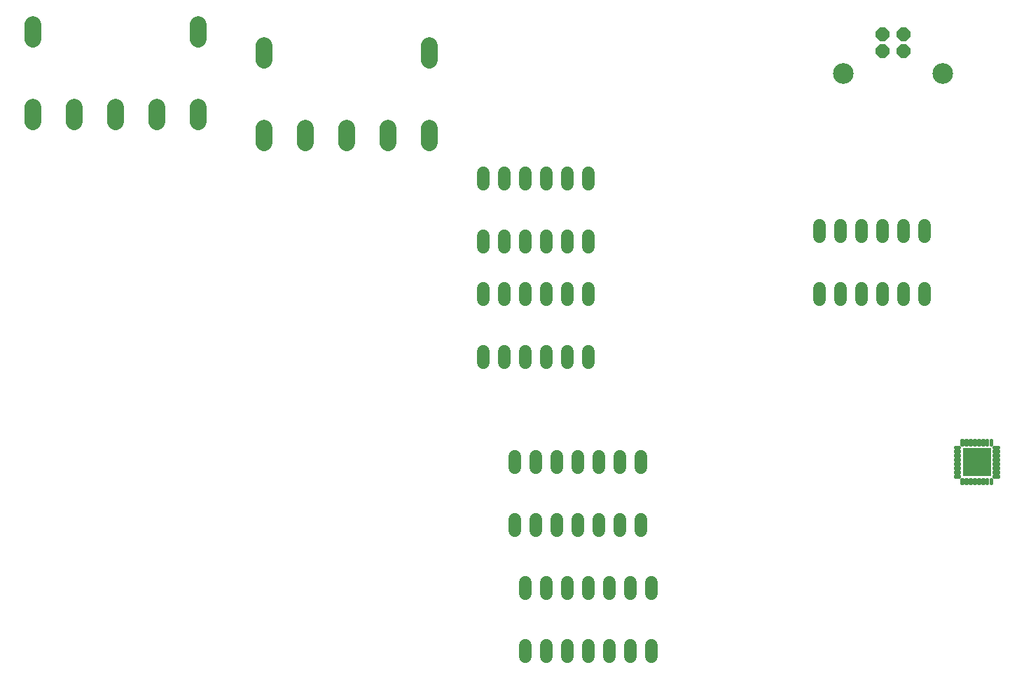
<source format=gbr>
G04 EAGLE Gerber RS-274X export*
G75*
%MOMM*%
%FSLAX34Y34*%
%LPD*%
%INSoldermask Top*%
%IPPOS*%
%AMOC8*
5,1,8,0,0,1.08239X$1,22.5*%
G01*
%ADD10P,1.798066X8X22.500000*%
%ADD11C,2.503200*%
%ADD12C,1.524000*%
%ADD13C,2.003200*%
%ADD14C,0.352238*%
%ADD15R,3.403200X3.403200*%


D10*
X1282500Y783700D03*
X1257500Y783700D03*
X1257500Y763700D03*
X1282500Y763700D03*
D11*
X1209800Y736600D03*
X1330200Y736600D03*
D12*
X1181100Y476504D02*
X1181100Y463296D01*
X1206500Y463296D02*
X1206500Y476504D01*
X1231900Y476504D02*
X1231900Y463296D01*
X1257300Y463296D02*
X1257300Y476504D01*
X1282700Y476504D02*
X1282700Y463296D01*
X1308100Y463296D02*
X1308100Y476504D01*
X1308100Y539496D02*
X1308100Y552704D01*
X1282700Y552704D02*
X1282700Y539496D01*
X1257300Y539496D02*
X1257300Y552704D01*
X1231900Y552704D02*
X1231900Y539496D01*
X1206500Y539496D02*
X1206500Y552704D01*
X1181100Y552704D02*
X1181100Y539496D01*
X774700Y540004D02*
X774700Y526796D01*
X800100Y526796D02*
X800100Y540004D01*
X825500Y540004D02*
X825500Y526796D01*
X850900Y526796D02*
X850900Y540004D01*
X876300Y540004D02*
X876300Y526796D01*
X901700Y526796D02*
X901700Y540004D01*
X901700Y602996D02*
X901700Y616204D01*
X876300Y616204D02*
X876300Y602996D01*
X850900Y602996D02*
X850900Y616204D01*
X825500Y616204D02*
X825500Y602996D01*
X800100Y602996D02*
X800100Y616204D01*
X774700Y616204D02*
X774700Y602996D01*
X774700Y400304D02*
X774700Y387096D01*
X800100Y387096D02*
X800100Y400304D01*
X825500Y400304D02*
X825500Y387096D01*
X850900Y387096D02*
X850900Y400304D01*
X876300Y400304D02*
X876300Y387096D01*
X901700Y387096D02*
X901700Y400304D01*
X901700Y463296D02*
X901700Y476504D01*
X876300Y476504D02*
X876300Y463296D01*
X850900Y463296D02*
X850900Y476504D01*
X825500Y476504D02*
X825500Y463296D01*
X800100Y463296D02*
X800100Y476504D01*
X774700Y476504D02*
X774700Y463296D01*
X812800Y197104D02*
X812800Y183896D01*
X838200Y183896D02*
X838200Y197104D01*
X965200Y197104D02*
X965200Y183896D01*
X965200Y260096D02*
X965200Y273304D01*
X863600Y197104D02*
X863600Y183896D01*
X889000Y183896D02*
X889000Y197104D01*
X939800Y197104D02*
X939800Y183896D01*
X914400Y183896D02*
X914400Y197104D01*
X939800Y260096D02*
X939800Y273304D01*
X914400Y273304D02*
X914400Y260096D01*
X889000Y260096D02*
X889000Y273304D01*
X863600Y273304D02*
X863600Y260096D01*
X838200Y260096D02*
X838200Y273304D01*
X812800Y273304D02*
X812800Y260096D01*
X825500Y44704D02*
X825500Y31496D01*
X850900Y31496D02*
X850900Y44704D01*
X977900Y44704D02*
X977900Y31496D01*
X977900Y107696D02*
X977900Y120904D01*
X876300Y44704D02*
X876300Y31496D01*
X901700Y31496D02*
X901700Y44704D01*
X952500Y44704D02*
X952500Y31496D01*
X927100Y31496D02*
X927100Y44704D01*
X952500Y107696D02*
X952500Y120904D01*
X927100Y120904D02*
X927100Y107696D01*
X901700Y107696D02*
X901700Y120904D01*
X876300Y120904D02*
X876300Y107696D01*
X850900Y107696D02*
X850900Y120904D01*
X825500Y120904D02*
X825500Y107696D01*
D13*
X559600Y652900D02*
X559600Y670900D01*
X609600Y670900D02*
X609600Y652900D01*
X659600Y652900D02*
X659600Y670900D01*
X509600Y670900D02*
X509600Y652900D01*
X709600Y652900D02*
X709600Y670900D01*
X709600Y752900D02*
X709600Y770900D01*
X509600Y770900D02*
X509600Y752900D01*
X280200Y696300D02*
X280200Y678300D01*
X330200Y678300D02*
X330200Y696300D01*
X380200Y696300D02*
X380200Y678300D01*
X230200Y678300D02*
X230200Y696300D01*
X430200Y696300D02*
X430200Y678300D01*
X430200Y778300D02*
X430200Y796300D01*
X230200Y796300D02*
X230200Y778300D01*
D14*
X1345345Y283445D02*
X1350855Y283445D01*
X1345345Y283445D02*
X1345345Y284955D01*
X1350855Y284955D01*
X1350855Y283445D01*
X1350855Y278445D02*
X1345345Y278445D01*
X1345345Y279955D01*
X1350855Y279955D01*
X1350855Y278445D01*
X1350855Y273445D02*
X1345345Y273445D01*
X1345345Y274955D01*
X1350855Y274955D01*
X1350855Y273445D01*
X1350855Y268445D02*
X1345345Y268445D01*
X1345345Y269955D01*
X1350855Y269955D01*
X1350855Y268445D01*
X1350855Y263445D02*
X1345345Y263445D01*
X1345345Y264955D01*
X1350855Y264955D01*
X1350855Y263445D01*
X1350855Y258445D02*
X1345345Y258445D01*
X1345345Y259955D01*
X1350855Y259955D01*
X1350855Y258445D01*
X1350855Y253445D02*
X1345345Y253445D01*
X1345345Y254955D01*
X1350855Y254955D01*
X1350855Y253445D01*
X1350855Y248445D02*
X1345345Y248445D01*
X1345345Y249955D01*
X1350855Y249955D01*
X1350855Y248445D01*
X1353345Y240445D02*
X1354855Y240445D01*
X1353345Y240445D02*
X1353345Y245955D01*
X1354855Y245955D01*
X1354855Y240445D01*
X1354855Y243791D02*
X1353345Y243791D01*
X1358345Y240445D02*
X1359855Y240445D01*
X1358345Y240445D02*
X1358345Y245955D01*
X1359855Y245955D01*
X1359855Y240445D01*
X1359855Y243791D02*
X1358345Y243791D01*
X1363345Y240445D02*
X1364855Y240445D01*
X1363345Y240445D02*
X1363345Y245955D01*
X1364855Y245955D01*
X1364855Y240445D01*
X1364855Y243791D02*
X1363345Y243791D01*
X1368345Y240445D02*
X1369855Y240445D01*
X1368345Y240445D02*
X1368345Y245955D01*
X1369855Y245955D01*
X1369855Y240445D01*
X1369855Y243791D02*
X1368345Y243791D01*
X1373345Y240445D02*
X1374855Y240445D01*
X1373345Y240445D02*
X1373345Y245955D01*
X1374855Y245955D01*
X1374855Y240445D01*
X1374855Y243791D02*
X1373345Y243791D01*
X1378345Y240445D02*
X1379855Y240445D01*
X1378345Y240445D02*
X1378345Y245955D01*
X1379855Y245955D01*
X1379855Y240445D01*
X1379855Y243791D02*
X1378345Y243791D01*
X1383345Y240445D02*
X1384855Y240445D01*
X1383345Y240445D02*
X1383345Y245955D01*
X1384855Y245955D01*
X1384855Y240445D01*
X1384855Y243791D02*
X1383345Y243791D01*
X1388345Y240445D02*
X1389855Y240445D01*
X1388345Y240445D02*
X1388345Y245955D01*
X1389855Y245955D01*
X1389855Y240445D01*
X1389855Y243791D02*
X1388345Y243791D01*
X1392345Y248445D02*
X1397855Y248445D01*
X1392345Y248445D02*
X1392345Y249955D01*
X1397855Y249955D01*
X1397855Y248445D01*
X1397855Y253445D02*
X1392345Y253445D01*
X1392345Y254955D01*
X1397855Y254955D01*
X1397855Y253445D01*
X1397855Y258445D02*
X1392345Y258445D01*
X1392345Y259955D01*
X1397855Y259955D01*
X1397855Y258445D01*
X1397855Y263445D02*
X1392345Y263445D01*
X1392345Y264955D01*
X1397855Y264955D01*
X1397855Y263445D01*
X1397855Y268445D02*
X1392345Y268445D01*
X1392345Y269955D01*
X1397855Y269955D01*
X1397855Y268445D01*
X1397855Y273445D02*
X1392345Y273445D01*
X1392345Y274955D01*
X1397855Y274955D01*
X1397855Y273445D01*
X1397855Y278445D02*
X1392345Y278445D01*
X1392345Y279955D01*
X1397855Y279955D01*
X1397855Y278445D01*
X1397855Y283445D02*
X1392345Y283445D01*
X1392345Y284955D01*
X1397855Y284955D01*
X1397855Y283445D01*
X1389855Y287445D02*
X1388345Y287445D01*
X1388345Y292955D01*
X1389855Y292955D01*
X1389855Y287445D01*
X1389855Y290791D02*
X1388345Y290791D01*
X1384855Y287445D02*
X1383345Y287445D01*
X1383345Y292955D01*
X1384855Y292955D01*
X1384855Y287445D01*
X1384855Y290791D02*
X1383345Y290791D01*
X1379855Y287445D02*
X1378345Y287445D01*
X1378345Y292955D01*
X1379855Y292955D01*
X1379855Y287445D01*
X1379855Y290791D02*
X1378345Y290791D01*
X1374855Y287445D02*
X1373345Y287445D01*
X1373345Y292955D01*
X1374855Y292955D01*
X1374855Y287445D01*
X1374855Y290791D02*
X1373345Y290791D01*
X1369855Y287445D02*
X1368345Y287445D01*
X1368345Y292955D01*
X1369855Y292955D01*
X1369855Y287445D01*
X1369855Y290791D02*
X1368345Y290791D01*
X1364855Y287445D02*
X1363345Y287445D01*
X1363345Y292955D01*
X1364855Y292955D01*
X1364855Y287445D01*
X1364855Y290791D02*
X1363345Y290791D01*
X1359855Y287445D02*
X1358345Y287445D01*
X1358345Y292955D01*
X1359855Y292955D01*
X1359855Y287445D01*
X1359855Y290791D02*
X1358345Y290791D01*
X1354855Y287445D02*
X1353345Y287445D01*
X1353345Y292955D01*
X1354855Y292955D01*
X1354855Y287445D01*
X1354855Y290791D02*
X1353345Y290791D01*
D15*
X1371600Y266700D03*
M02*

</source>
